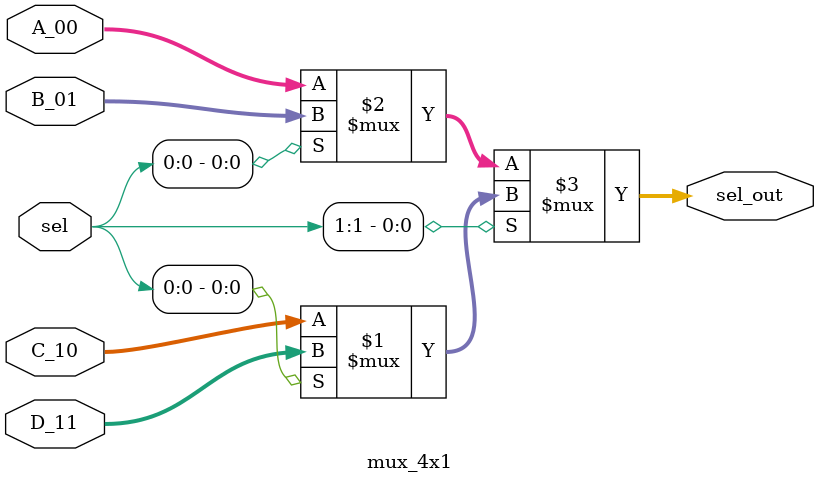
<source format=v>

/* 
    RiscV32I Single Cycle Processor 
    Copyright (C) 2023 Ahmed Waseem, Ahmed ElBarbary

    This program is free software; you can redistribute it and/or modify
    it under the terms of the GNU General Public License as published by
    the Free Software Foundation; either version 2 of the License, or
    (at your option) any later version.

    This program is distributed in the hope that it will be useful,
    but WITHOUT ANY WARRANTY; without even the implied warranty of
    MERCHANTABILITY or FITNESS FOR A PARTICULAR PURPOSE.  See the
    GNU General Public License for more details.

    You should have received a copy of the GNU General Public License along
    with this program; if not, write to the Free Software Foundation, Inc.,
    51 Franklin Street, Fifth Floor, Boston, MA 02110-1301 USA.

*/ 

`timescale 1ns/10ps
module mux_4x1 #(parameter N = 32)(  input   [N-1:0] A_00, B_01, C_10, D_11,  
                                input   [1:0]   sel,
                                output  [N-1:0] sel_out
                                );


// ### Please start your Verilog code here ### 

assign sel_out = sel[1]   ? (sel[0] ? D_11 : C_10) : 
                            (sel[0] ? B_01 : A_00) ;


endmodule

</source>
